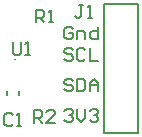
<source format=gto>
G04*
G04 #@! TF.GenerationSoftware,Altium Limited,Altium Designer,22.11.1 (43)*
G04*
G04 Layer_Color=65535*
%FSLAX25Y25*%
%MOIN*%
G70*
G04*
G04 #@! TF.SameCoordinates,8EA88497-2B70-42C5-92E3-E72B768CB83D*
G04*
G04*
G04 #@! TF.FilePolarity,Positive*
G04*
G01*
G75*
%ADD10C,0.00520*%
%ADD11C,0.00600*%
%ADD12C,0.00700*%
D10*
X5740Y26500D02*
G03*
X5740Y26500I-240J0D01*
G01*
D11*
X46700Y2000D02*
Y45000D01*
X35300D02*
X46700D01*
X35300Y2000D02*
Y45000D01*
Y2000D02*
X46700D01*
X2925Y14483D02*
Y15999D01*
X7075Y14483D02*
Y15999D01*
D12*
X24999Y36699D02*
X24299Y37399D01*
X22900D01*
X22200Y36699D01*
Y33900D01*
X22900Y33200D01*
X24299D01*
X24999Y33900D01*
Y35299D01*
X23599D01*
X26399Y33200D02*
Y35999D01*
X28498D01*
X29198Y35299D01*
Y33200D01*
X33396Y37399D02*
Y33200D01*
X31297D01*
X30597Y33900D01*
Y35299D01*
X31297Y35999D01*
X33396D01*
X22200Y9199D02*
X22900Y9899D01*
X24299D01*
X24999Y9199D01*
Y8499D01*
X24299Y7799D01*
X23599D01*
X24299D01*
X24999Y7100D01*
Y6400D01*
X24299Y5700D01*
X22900D01*
X22200Y6400D01*
X26399Y9899D02*
Y7100D01*
X27798Y5700D01*
X29198Y7100D01*
Y9899D01*
X30597Y9199D02*
X31297Y9899D01*
X32697D01*
X33396Y9199D01*
Y8499D01*
X32697Y7799D01*
X31997D01*
X32697D01*
X33396Y7100D01*
Y6400D01*
X32697Y5700D01*
X31297D01*
X30597Y6400D01*
X24999Y19365D02*
X24299Y20065D01*
X22900D01*
X22200Y19365D01*
Y18666D01*
X22900Y17966D01*
X24299D01*
X24999Y17266D01*
Y16566D01*
X24299Y15867D01*
X22900D01*
X22200Y16566D01*
X26399Y20065D02*
Y15867D01*
X28498D01*
X29198Y16566D01*
Y19365D01*
X28498Y20065D01*
X26399D01*
X30597Y15867D02*
Y18666D01*
X31997Y20065D01*
X33396Y18666D01*
Y15867D01*
Y17966D01*
X30597D01*
X24999Y29532D02*
X24299Y30232D01*
X22900D01*
X22200Y29532D01*
Y28832D01*
X22900Y28133D01*
X24299D01*
X24999Y27433D01*
Y26733D01*
X24299Y26033D01*
X22900D01*
X22200Y26733D01*
X29198Y29532D02*
X28498Y30232D01*
X27098D01*
X26399Y29532D01*
Y26733D01*
X27098Y26033D01*
X28498D01*
X29198Y26733D01*
X30597Y30232D02*
Y26033D01*
X33396D01*
X5014Y32164D02*
Y28665D01*
X5713Y27966D01*
X7113D01*
X7813Y28665D01*
Y32164D01*
X9212Y27966D02*
X10612D01*
X9912D01*
Y32164D01*
X9212Y31464D01*
X12001Y5401D02*
Y9599D01*
X14100D01*
X14800Y8900D01*
Y7500D01*
X14100Y6800D01*
X12001D01*
X13401D02*
X14800Y5401D01*
X18999D02*
X16200D01*
X18999Y8200D01*
Y8900D01*
X18299Y9599D01*
X16899D01*
X16200Y8900D01*
X12701Y38901D02*
Y43099D01*
X14800D01*
X15500Y42399D01*
Y41000D01*
X14800Y40300D01*
X12701D01*
X14100D02*
X15500Y38901D01*
X16899D02*
X18299D01*
X17599D01*
Y43099D01*
X16899Y42399D01*
X28500Y44599D02*
X27101D01*
X27800D01*
Y41100D01*
X27101Y40401D01*
X26401D01*
X25701Y41100D01*
X29899Y40401D02*
X31299D01*
X30599D01*
Y44599D01*
X29899Y43900D01*
X5000Y7900D02*
X4300Y8599D01*
X2901D01*
X2201Y7900D01*
Y5100D01*
X2901Y4401D01*
X4300D01*
X5000Y5100D01*
X6400Y4401D02*
X7799D01*
X7099D01*
Y8599D01*
X6400Y7900D01*
M02*

</source>
